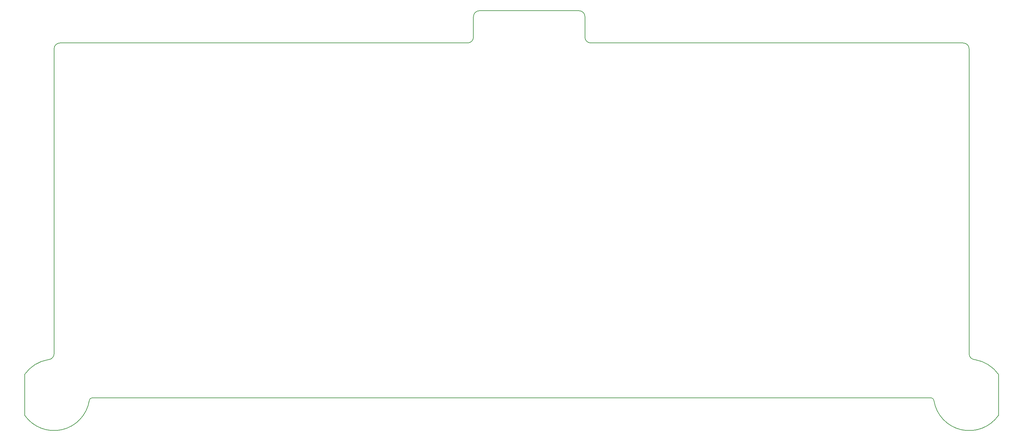
<source format=gm1>
G04 #@! TF.GenerationSoftware,KiCad,Pcbnew,(6.0.1-0)*
G04 #@! TF.CreationDate,2022-06-20T16:47:27-07:00*
G04 #@! TF.ProjectId,sketchy_v2,736b6574-6368-4795-9f76-322e6b696361,1*
G04 #@! TF.SameCoordinates,Original*
G04 #@! TF.FileFunction,Profile,NP*
%FSLAX46Y46*%
G04 Gerber Fmt 4.6, Leading zero omitted, Abs format (unit mm)*
G04 Created by KiCad (PCBNEW (6.0.1-0)) date 2022-06-20 16:47:27*
%MOMM*%
%LPD*%
G01*
G04 APERTURE LIST*
G04 #@! TA.AperFunction,Profile*
%ADD10C,0.200000*%
G04 #@! TD*
G04 APERTURE END LIST*
D10*
X138112500Y-32543750D02*
X138112500Y-38100000D01*
X262731251Y-136525000D02*
G75*
G03*
X280193750Y-140493750I9540563J1576605D01*
G01*
X262731250Y-136525000D02*
G75*
G03*
X261937500Y-135731250I-793750J0D01*
G01*
X168275000Y-38100000D02*
X168275000Y-32543750D01*
X34925000Y-135731249D02*
G75*
G03*
X34131249Y-136525000I-1J-793750D01*
G01*
X280193750Y-129381250D02*
X280193750Y-140493750D01*
X270668750Y-39687500D02*
X169862500Y-39687500D01*
X16668750Y-140493750D02*
G75*
G03*
X34131249Y-136525000I7918750J5559374D01*
G01*
X16668750Y-129381250D02*
X16668750Y-140493750D01*
X272256248Y-123825000D02*
G75*
G03*
X273843750Y-125412502I1587503J1D01*
G01*
X23018750Y-125412501D02*
G75*
G03*
X16668750Y-129381250I1499299J-9463255D01*
G01*
X139700000Y-30956250D02*
G75*
G03*
X138112500Y-32543750I0J-1587500D01*
G01*
X23018750Y-125412500D02*
G75*
G03*
X24606250Y-123825000I0J1587500D01*
G01*
X272256250Y-41275000D02*
X272256250Y-123825000D01*
X168275000Y-32543750D02*
G75*
G03*
X166687500Y-30956250I-1587500J0D01*
G01*
X136525000Y-39687500D02*
G75*
G03*
X138112500Y-38100000I0J1587500D01*
G01*
X261937500Y-135731250D02*
X34925000Y-135731249D01*
X136525000Y-39687500D02*
X26193750Y-39687500D01*
X24606250Y-41275000D02*
X24606250Y-123825000D01*
X26193750Y-39687500D02*
G75*
G03*
X24606250Y-41275000I0J-1587500D01*
G01*
X166687500Y-30956250D02*
X139700000Y-30956250D01*
X280193750Y-129381250D02*
G75*
G03*
X273843750Y-125412502I-7955547J-5664505D01*
G01*
X272256250Y-41275000D02*
G75*
G03*
X270668750Y-39687500I-1587500J0D01*
G01*
X168275000Y-38100000D02*
G75*
G03*
X169862500Y-39687500I1587500J0D01*
G01*
M02*

</source>
